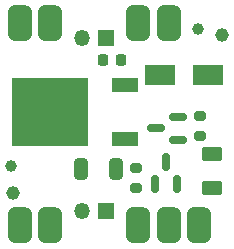
<source format=gbr>
%TF.GenerationSoftware,KiCad,Pcbnew,6.0.0-d3dd2cf0fa~116~ubuntu20.04.1*%
%TF.CreationDate,2022-02-06T14:44:09+01:00*%
%TF.ProjectId,vreg1,76726567-312e-46b6-9963-61645f706362,rev?*%
%TF.SameCoordinates,Original*%
%TF.FileFunction,Soldermask,Top*%
%TF.FilePolarity,Negative*%
%FSLAX46Y46*%
G04 Gerber Fmt 4.6, Leading zero omitted, Abs format (unit mm)*
G04 Created by KiCad (PCBNEW 6.0.0-d3dd2cf0fa~116~ubuntu20.04.1) date 2022-02-06 14:44:09*
%MOMM*%
%LPD*%
G01*
G04 APERTURE LIST*
G04 Aperture macros list*
%AMRoundRect*
0 Rectangle with rounded corners*
0 $1 Rounding radius*
0 $2 $3 $4 $5 $6 $7 $8 $9 X,Y pos of 4 corners*
0 Add a 4 corners polygon primitive as box body*
4,1,4,$2,$3,$4,$5,$6,$7,$8,$9,$2,$3,0*
0 Add four circle primitives for the rounded corners*
1,1,$1+$1,$2,$3*
1,1,$1+$1,$4,$5*
1,1,$1+$1,$6,$7*
1,1,$1+$1,$8,$9*
0 Add four rect primitives between the rounded corners*
20,1,$1+$1,$2,$3,$4,$5,0*
20,1,$1+$1,$4,$5,$6,$7,0*
20,1,$1+$1,$6,$7,$8,$9,0*
20,1,$1+$1,$8,$9,$2,$3,0*%
G04 Aperture macros list end*
%ADD10C,1.000000*%
%ADD11RoundRect,0.200000X0.275000X-0.200000X0.275000X0.200000X-0.275000X0.200000X-0.275000X-0.200000X0*%
%ADD12RoundRect,0.150000X0.150000X-0.587500X0.150000X0.587500X-0.150000X0.587500X-0.150000X-0.587500X0*%
%ADD13RoundRect,0.500000X0.500000X-1.000000X0.500000X1.000000X-0.500000X1.000000X-0.500000X-1.000000X0*%
%ADD14RoundRect,0.200000X-0.275000X0.200000X-0.275000X-0.200000X0.275000X-0.200000X0.275000X0.200000X0*%
%ADD15RoundRect,0.500000X-0.500000X1.000000X-0.500000X-1.000000X0.500000X-1.000000X0.500000X1.000000X0*%
%ADD16C,1.152000*%
%ADD17RoundRect,0.250000X0.625000X-0.375000X0.625000X0.375000X-0.625000X0.375000X-0.625000X-0.375000X0*%
%ADD18RoundRect,0.150000X0.587500X0.150000X-0.587500X0.150000X-0.587500X-0.150000X0.587500X-0.150000X0*%
%ADD19RoundRect,0.250000X0.325000X0.650000X-0.325000X0.650000X-0.325000X-0.650000X0.325000X-0.650000X0*%
%ADD20RoundRect,0.225000X0.225000X0.250000X-0.225000X0.250000X-0.225000X-0.250000X0.225000X-0.250000X0*%
%ADD21R,2.200000X1.200000*%
%ADD22R,6.400000X5.800000*%
%ADD23R,2.500000X1.800000*%
%ADD24R,1.350000X1.350000*%
%ADD25O,1.350000X1.350000*%
G04 APERTURE END LIST*
D10*
%TO.C,FID2*%
X98200000Y-94000000D03*
%TD*%
%TO.C,FID1*%
X114000000Y-82400000D03*
%TD*%
D11*
%TO.C,R2*%
X108700000Y-95825000D03*
X108700000Y-94175000D03*
%TD*%
D12*
%TO.C,Q1*%
X110350000Y-95537500D03*
X112250000Y-95537500D03*
X111300000Y-93662500D03*
%TD*%
D13*
%TO.C,TP5*%
X114100000Y-99000000D03*
%TD*%
D14*
%TO.C,R1*%
X114200000Y-89775000D03*
X114200000Y-91425000D03*
%TD*%
D13*
%TO.C,TP1*%
X101500000Y-99000000D03*
%TD*%
D15*
%TO.C,TP4*%
X108900000Y-81900000D03*
%TD*%
D16*
%TO.C,H1*%
X116000000Y-82900000D03*
%TD*%
D17*
%TO.C,F1*%
X115200000Y-95800000D03*
X115200000Y-93000000D03*
%TD*%
D15*
%TO.C,TP6*%
X98900000Y-81900000D03*
%TD*%
D13*
%TO.C,TP7*%
X98900000Y-99000000D03*
%TD*%
D18*
%TO.C,Q2*%
X112337500Y-91750000D03*
X112337500Y-89850000D03*
X110462500Y-90800000D03*
%TD*%
D15*
%TO.C,TP8*%
X111500000Y-81900000D03*
%TD*%
D19*
%TO.C,C1*%
X107075000Y-94200000D03*
X104125000Y-94200000D03*
%TD*%
D16*
%TO.C,H2*%
X98300000Y-96300000D03*
%TD*%
D20*
%TO.C,C2*%
X107475000Y-85000000D03*
X105925000Y-85000000D03*
%TD*%
D21*
%TO.C,U1*%
X107800000Y-91680000D03*
D22*
X101500000Y-89400000D03*
D21*
X107800000Y-87120000D03*
%TD*%
D13*
%TO.C,TP9*%
X108900000Y-99000000D03*
%TD*%
%TO.C,TP2*%
X111500000Y-99000000D03*
%TD*%
D15*
%TO.C,TP3*%
X101500000Y-81900000D03*
%TD*%
D23*
%TO.C,D1*%
X114800000Y-86300000D03*
X110800000Y-86300000D03*
%TD*%
D24*
%TO.C,J2*%
X106200000Y-83100000D03*
D25*
X104200000Y-83100000D03*
%TD*%
D24*
%TO.C,J1*%
X106200000Y-97800000D03*
D25*
X104200000Y-97800000D03*
%TD*%
M02*

</source>
